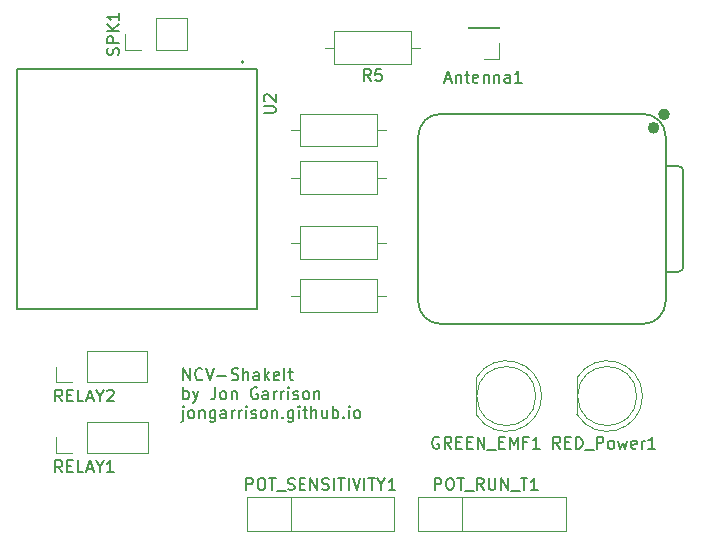
<source format=gbr>
%TF.GenerationSoftware,KiCad,Pcbnew,9.0.0*%
%TF.CreationDate,2025-03-31T22:17:34-07:00*%
%TF.ProjectId,DustBin_PCB,44757374-4269-46e5-9f50-43422e6b6963,rev?*%
%TF.SameCoordinates,Original*%
%TF.FileFunction,Legend,Top*%
%TF.FilePolarity,Positive*%
%FSLAX46Y46*%
G04 Gerber Fmt 4.6, Leading zero omitted, Abs format (unit mm)*
G04 Created by KiCad (PCBNEW 9.0.0) date 2025-03-31 22:17:34*
%MOMM*%
%LPD*%
G01*
G04 APERTURE LIST*
%ADD10C,0.200000*%
%ADD11C,0.150000*%
%ADD12C,0.120000*%
%ADD13C,0.127000*%
%ADD14C,0.100000*%
%ADD15C,0.504000*%
G04 APERTURE END LIST*
D10*
X31369673Y-52147331D02*
X31369673Y-51147331D01*
X31369673Y-51147331D02*
X31941101Y-52147331D01*
X31941101Y-52147331D02*
X31941101Y-51147331D01*
X32988720Y-52052092D02*
X32941101Y-52099712D01*
X32941101Y-52099712D02*
X32798244Y-52147331D01*
X32798244Y-52147331D02*
X32703006Y-52147331D01*
X32703006Y-52147331D02*
X32560149Y-52099712D01*
X32560149Y-52099712D02*
X32464911Y-52004473D01*
X32464911Y-52004473D02*
X32417292Y-51909235D01*
X32417292Y-51909235D02*
X32369673Y-51718759D01*
X32369673Y-51718759D02*
X32369673Y-51575902D01*
X32369673Y-51575902D02*
X32417292Y-51385426D01*
X32417292Y-51385426D02*
X32464911Y-51290188D01*
X32464911Y-51290188D02*
X32560149Y-51194950D01*
X32560149Y-51194950D02*
X32703006Y-51147331D01*
X32703006Y-51147331D02*
X32798244Y-51147331D01*
X32798244Y-51147331D02*
X32941101Y-51194950D01*
X32941101Y-51194950D02*
X32988720Y-51242569D01*
X33274435Y-51147331D02*
X33607768Y-52147331D01*
X33607768Y-52147331D02*
X33941101Y-51147331D01*
X34274435Y-51766378D02*
X35036340Y-51766378D01*
X35464911Y-52099712D02*
X35607768Y-52147331D01*
X35607768Y-52147331D02*
X35845863Y-52147331D01*
X35845863Y-52147331D02*
X35941101Y-52099712D01*
X35941101Y-52099712D02*
X35988720Y-52052092D01*
X35988720Y-52052092D02*
X36036339Y-51956854D01*
X36036339Y-51956854D02*
X36036339Y-51861616D01*
X36036339Y-51861616D02*
X35988720Y-51766378D01*
X35988720Y-51766378D02*
X35941101Y-51718759D01*
X35941101Y-51718759D02*
X35845863Y-51671140D01*
X35845863Y-51671140D02*
X35655387Y-51623521D01*
X35655387Y-51623521D02*
X35560149Y-51575902D01*
X35560149Y-51575902D02*
X35512530Y-51528283D01*
X35512530Y-51528283D02*
X35464911Y-51433045D01*
X35464911Y-51433045D02*
X35464911Y-51337807D01*
X35464911Y-51337807D02*
X35512530Y-51242569D01*
X35512530Y-51242569D02*
X35560149Y-51194950D01*
X35560149Y-51194950D02*
X35655387Y-51147331D01*
X35655387Y-51147331D02*
X35893482Y-51147331D01*
X35893482Y-51147331D02*
X36036339Y-51194950D01*
X36464911Y-52147331D02*
X36464911Y-51147331D01*
X36893482Y-52147331D02*
X36893482Y-51623521D01*
X36893482Y-51623521D02*
X36845863Y-51528283D01*
X36845863Y-51528283D02*
X36750625Y-51480664D01*
X36750625Y-51480664D02*
X36607768Y-51480664D01*
X36607768Y-51480664D02*
X36512530Y-51528283D01*
X36512530Y-51528283D02*
X36464911Y-51575902D01*
X37798244Y-52147331D02*
X37798244Y-51623521D01*
X37798244Y-51623521D02*
X37750625Y-51528283D01*
X37750625Y-51528283D02*
X37655387Y-51480664D01*
X37655387Y-51480664D02*
X37464911Y-51480664D01*
X37464911Y-51480664D02*
X37369673Y-51528283D01*
X37798244Y-52099712D02*
X37703006Y-52147331D01*
X37703006Y-52147331D02*
X37464911Y-52147331D01*
X37464911Y-52147331D02*
X37369673Y-52099712D01*
X37369673Y-52099712D02*
X37322054Y-52004473D01*
X37322054Y-52004473D02*
X37322054Y-51909235D01*
X37322054Y-51909235D02*
X37369673Y-51813997D01*
X37369673Y-51813997D02*
X37464911Y-51766378D01*
X37464911Y-51766378D02*
X37703006Y-51766378D01*
X37703006Y-51766378D02*
X37798244Y-51718759D01*
X38274435Y-52147331D02*
X38274435Y-51147331D01*
X38369673Y-51766378D02*
X38655387Y-52147331D01*
X38655387Y-51480664D02*
X38274435Y-51861616D01*
X39464911Y-52099712D02*
X39369673Y-52147331D01*
X39369673Y-52147331D02*
X39179197Y-52147331D01*
X39179197Y-52147331D02*
X39083959Y-52099712D01*
X39083959Y-52099712D02*
X39036340Y-52004473D01*
X39036340Y-52004473D02*
X39036340Y-51623521D01*
X39036340Y-51623521D02*
X39083959Y-51528283D01*
X39083959Y-51528283D02*
X39179197Y-51480664D01*
X39179197Y-51480664D02*
X39369673Y-51480664D01*
X39369673Y-51480664D02*
X39464911Y-51528283D01*
X39464911Y-51528283D02*
X39512530Y-51623521D01*
X39512530Y-51623521D02*
X39512530Y-51718759D01*
X39512530Y-51718759D02*
X39036340Y-51813997D01*
X39941102Y-52147331D02*
X39941102Y-51147331D01*
X40274435Y-51480664D02*
X40655387Y-51480664D01*
X40417292Y-51147331D02*
X40417292Y-52004473D01*
X40417292Y-52004473D02*
X40464911Y-52099712D01*
X40464911Y-52099712D02*
X40560149Y-52147331D01*
X40560149Y-52147331D02*
X40655387Y-52147331D01*
X31369673Y-53757275D02*
X31369673Y-52757275D01*
X31369673Y-53138227D02*
X31464911Y-53090608D01*
X31464911Y-53090608D02*
X31655387Y-53090608D01*
X31655387Y-53090608D02*
X31750625Y-53138227D01*
X31750625Y-53138227D02*
X31798244Y-53185846D01*
X31798244Y-53185846D02*
X31845863Y-53281084D01*
X31845863Y-53281084D02*
X31845863Y-53566798D01*
X31845863Y-53566798D02*
X31798244Y-53662036D01*
X31798244Y-53662036D02*
X31750625Y-53709656D01*
X31750625Y-53709656D02*
X31655387Y-53757275D01*
X31655387Y-53757275D02*
X31464911Y-53757275D01*
X31464911Y-53757275D02*
X31369673Y-53709656D01*
X32179197Y-53090608D02*
X32417292Y-53757275D01*
X32655387Y-53090608D02*
X32417292Y-53757275D01*
X32417292Y-53757275D02*
X32322054Y-53995370D01*
X32322054Y-53995370D02*
X32274435Y-54042989D01*
X32274435Y-54042989D02*
X32179197Y-54090608D01*
X34083959Y-52757275D02*
X34083959Y-53471560D01*
X34083959Y-53471560D02*
X34036340Y-53614417D01*
X34036340Y-53614417D02*
X33941102Y-53709656D01*
X33941102Y-53709656D02*
X33798245Y-53757275D01*
X33798245Y-53757275D02*
X33703007Y-53757275D01*
X34703007Y-53757275D02*
X34607769Y-53709656D01*
X34607769Y-53709656D02*
X34560150Y-53662036D01*
X34560150Y-53662036D02*
X34512531Y-53566798D01*
X34512531Y-53566798D02*
X34512531Y-53281084D01*
X34512531Y-53281084D02*
X34560150Y-53185846D01*
X34560150Y-53185846D02*
X34607769Y-53138227D01*
X34607769Y-53138227D02*
X34703007Y-53090608D01*
X34703007Y-53090608D02*
X34845864Y-53090608D01*
X34845864Y-53090608D02*
X34941102Y-53138227D01*
X34941102Y-53138227D02*
X34988721Y-53185846D01*
X34988721Y-53185846D02*
X35036340Y-53281084D01*
X35036340Y-53281084D02*
X35036340Y-53566798D01*
X35036340Y-53566798D02*
X34988721Y-53662036D01*
X34988721Y-53662036D02*
X34941102Y-53709656D01*
X34941102Y-53709656D02*
X34845864Y-53757275D01*
X34845864Y-53757275D02*
X34703007Y-53757275D01*
X35464912Y-53090608D02*
X35464912Y-53757275D01*
X35464912Y-53185846D02*
X35512531Y-53138227D01*
X35512531Y-53138227D02*
X35607769Y-53090608D01*
X35607769Y-53090608D02*
X35750626Y-53090608D01*
X35750626Y-53090608D02*
X35845864Y-53138227D01*
X35845864Y-53138227D02*
X35893483Y-53233465D01*
X35893483Y-53233465D02*
X35893483Y-53757275D01*
X37655388Y-52804894D02*
X37560150Y-52757275D01*
X37560150Y-52757275D02*
X37417293Y-52757275D01*
X37417293Y-52757275D02*
X37274436Y-52804894D01*
X37274436Y-52804894D02*
X37179198Y-52900132D01*
X37179198Y-52900132D02*
X37131579Y-52995370D01*
X37131579Y-52995370D02*
X37083960Y-53185846D01*
X37083960Y-53185846D02*
X37083960Y-53328703D01*
X37083960Y-53328703D02*
X37131579Y-53519179D01*
X37131579Y-53519179D02*
X37179198Y-53614417D01*
X37179198Y-53614417D02*
X37274436Y-53709656D01*
X37274436Y-53709656D02*
X37417293Y-53757275D01*
X37417293Y-53757275D02*
X37512531Y-53757275D01*
X37512531Y-53757275D02*
X37655388Y-53709656D01*
X37655388Y-53709656D02*
X37703007Y-53662036D01*
X37703007Y-53662036D02*
X37703007Y-53328703D01*
X37703007Y-53328703D02*
X37512531Y-53328703D01*
X38560150Y-53757275D02*
X38560150Y-53233465D01*
X38560150Y-53233465D02*
X38512531Y-53138227D01*
X38512531Y-53138227D02*
X38417293Y-53090608D01*
X38417293Y-53090608D02*
X38226817Y-53090608D01*
X38226817Y-53090608D02*
X38131579Y-53138227D01*
X38560150Y-53709656D02*
X38464912Y-53757275D01*
X38464912Y-53757275D02*
X38226817Y-53757275D01*
X38226817Y-53757275D02*
X38131579Y-53709656D01*
X38131579Y-53709656D02*
X38083960Y-53614417D01*
X38083960Y-53614417D02*
X38083960Y-53519179D01*
X38083960Y-53519179D02*
X38131579Y-53423941D01*
X38131579Y-53423941D02*
X38226817Y-53376322D01*
X38226817Y-53376322D02*
X38464912Y-53376322D01*
X38464912Y-53376322D02*
X38560150Y-53328703D01*
X39036341Y-53757275D02*
X39036341Y-53090608D01*
X39036341Y-53281084D02*
X39083960Y-53185846D01*
X39083960Y-53185846D02*
X39131579Y-53138227D01*
X39131579Y-53138227D02*
X39226817Y-53090608D01*
X39226817Y-53090608D02*
X39322055Y-53090608D01*
X39655389Y-53757275D02*
X39655389Y-53090608D01*
X39655389Y-53281084D02*
X39703008Y-53185846D01*
X39703008Y-53185846D02*
X39750627Y-53138227D01*
X39750627Y-53138227D02*
X39845865Y-53090608D01*
X39845865Y-53090608D02*
X39941103Y-53090608D01*
X40274437Y-53757275D02*
X40274437Y-53090608D01*
X40274437Y-52757275D02*
X40226818Y-52804894D01*
X40226818Y-52804894D02*
X40274437Y-52852513D01*
X40274437Y-52852513D02*
X40322056Y-52804894D01*
X40322056Y-52804894D02*
X40274437Y-52757275D01*
X40274437Y-52757275D02*
X40274437Y-52852513D01*
X40703008Y-53709656D02*
X40798246Y-53757275D01*
X40798246Y-53757275D02*
X40988722Y-53757275D01*
X40988722Y-53757275D02*
X41083960Y-53709656D01*
X41083960Y-53709656D02*
X41131579Y-53614417D01*
X41131579Y-53614417D02*
X41131579Y-53566798D01*
X41131579Y-53566798D02*
X41083960Y-53471560D01*
X41083960Y-53471560D02*
X40988722Y-53423941D01*
X40988722Y-53423941D02*
X40845865Y-53423941D01*
X40845865Y-53423941D02*
X40750627Y-53376322D01*
X40750627Y-53376322D02*
X40703008Y-53281084D01*
X40703008Y-53281084D02*
X40703008Y-53233465D01*
X40703008Y-53233465D02*
X40750627Y-53138227D01*
X40750627Y-53138227D02*
X40845865Y-53090608D01*
X40845865Y-53090608D02*
X40988722Y-53090608D01*
X40988722Y-53090608D02*
X41083960Y-53138227D01*
X41703008Y-53757275D02*
X41607770Y-53709656D01*
X41607770Y-53709656D02*
X41560151Y-53662036D01*
X41560151Y-53662036D02*
X41512532Y-53566798D01*
X41512532Y-53566798D02*
X41512532Y-53281084D01*
X41512532Y-53281084D02*
X41560151Y-53185846D01*
X41560151Y-53185846D02*
X41607770Y-53138227D01*
X41607770Y-53138227D02*
X41703008Y-53090608D01*
X41703008Y-53090608D02*
X41845865Y-53090608D01*
X41845865Y-53090608D02*
X41941103Y-53138227D01*
X41941103Y-53138227D02*
X41988722Y-53185846D01*
X41988722Y-53185846D02*
X42036341Y-53281084D01*
X42036341Y-53281084D02*
X42036341Y-53566798D01*
X42036341Y-53566798D02*
X41988722Y-53662036D01*
X41988722Y-53662036D02*
X41941103Y-53709656D01*
X41941103Y-53709656D02*
X41845865Y-53757275D01*
X41845865Y-53757275D02*
X41703008Y-53757275D01*
X42464913Y-53090608D02*
X42464913Y-53757275D01*
X42464913Y-53185846D02*
X42512532Y-53138227D01*
X42512532Y-53138227D02*
X42607770Y-53090608D01*
X42607770Y-53090608D02*
X42750627Y-53090608D01*
X42750627Y-53090608D02*
X42845865Y-53138227D01*
X42845865Y-53138227D02*
X42893484Y-53233465D01*
X42893484Y-53233465D02*
X42893484Y-53757275D01*
X31369673Y-54700552D02*
X31369673Y-55557695D01*
X31369673Y-55557695D02*
X31322054Y-55652933D01*
X31322054Y-55652933D02*
X31226816Y-55700552D01*
X31226816Y-55700552D02*
X31179197Y-55700552D01*
X31369673Y-54367219D02*
X31322054Y-54414838D01*
X31322054Y-54414838D02*
X31369673Y-54462457D01*
X31369673Y-54462457D02*
X31417292Y-54414838D01*
X31417292Y-54414838D02*
X31369673Y-54367219D01*
X31369673Y-54367219D02*
X31369673Y-54462457D01*
X31988720Y-55367219D02*
X31893482Y-55319600D01*
X31893482Y-55319600D02*
X31845863Y-55271980D01*
X31845863Y-55271980D02*
X31798244Y-55176742D01*
X31798244Y-55176742D02*
X31798244Y-54891028D01*
X31798244Y-54891028D02*
X31845863Y-54795790D01*
X31845863Y-54795790D02*
X31893482Y-54748171D01*
X31893482Y-54748171D02*
X31988720Y-54700552D01*
X31988720Y-54700552D02*
X32131577Y-54700552D01*
X32131577Y-54700552D02*
X32226815Y-54748171D01*
X32226815Y-54748171D02*
X32274434Y-54795790D01*
X32274434Y-54795790D02*
X32322053Y-54891028D01*
X32322053Y-54891028D02*
X32322053Y-55176742D01*
X32322053Y-55176742D02*
X32274434Y-55271980D01*
X32274434Y-55271980D02*
X32226815Y-55319600D01*
X32226815Y-55319600D02*
X32131577Y-55367219D01*
X32131577Y-55367219D02*
X31988720Y-55367219D01*
X32750625Y-54700552D02*
X32750625Y-55367219D01*
X32750625Y-54795790D02*
X32798244Y-54748171D01*
X32798244Y-54748171D02*
X32893482Y-54700552D01*
X32893482Y-54700552D02*
X33036339Y-54700552D01*
X33036339Y-54700552D02*
X33131577Y-54748171D01*
X33131577Y-54748171D02*
X33179196Y-54843409D01*
X33179196Y-54843409D02*
X33179196Y-55367219D01*
X34083958Y-54700552D02*
X34083958Y-55510076D01*
X34083958Y-55510076D02*
X34036339Y-55605314D01*
X34036339Y-55605314D02*
X33988720Y-55652933D01*
X33988720Y-55652933D02*
X33893482Y-55700552D01*
X33893482Y-55700552D02*
X33750625Y-55700552D01*
X33750625Y-55700552D02*
X33655387Y-55652933D01*
X34083958Y-55319600D02*
X33988720Y-55367219D01*
X33988720Y-55367219D02*
X33798244Y-55367219D01*
X33798244Y-55367219D02*
X33703006Y-55319600D01*
X33703006Y-55319600D02*
X33655387Y-55271980D01*
X33655387Y-55271980D02*
X33607768Y-55176742D01*
X33607768Y-55176742D02*
X33607768Y-54891028D01*
X33607768Y-54891028D02*
X33655387Y-54795790D01*
X33655387Y-54795790D02*
X33703006Y-54748171D01*
X33703006Y-54748171D02*
X33798244Y-54700552D01*
X33798244Y-54700552D02*
X33988720Y-54700552D01*
X33988720Y-54700552D02*
X34083958Y-54748171D01*
X34988720Y-55367219D02*
X34988720Y-54843409D01*
X34988720Y-54843409D02*
X34941101Y-54748171D01*
X34941101Y-54748171D02*
X34845863Y-54700552D01*
X34845863Y-54700552D02*
X34655387Y-54700552D01*
X34655387Y-54700552D02*
X34560149Y-54748171D01*
X34988720Y-55319600D02*
X34893482Y-55367219D01*
X34893482Y-55367219D02*
X34655387Y-55367219D01*
X34655387Y-55367219D02*
X34560149Y-55319600D01*
X34560149Y-55319600D02*
X34512530Y-55224361D01*
X34512530Y-55224361D02*
X34512530Y-55129123D01*
X34512530Y-55129123D02*
X34560149Y-55033885D01*
X34560149Y-55033885D02*
X34655387Y-54986266D01*
X34655387Y-54986266D02*
X34893482Y-54986266D01*
X34893482Y-54986266D02*
X34988720Y-54938647D01*
X35464911Y-55367219D02*
X35464911Y-54700552D01*
X35464911Y-54891028D02*
X35512530Y-54795790D01*
X35512530Y-54795790D02*
X35560149Y-54748171D01*
X35560149Y-54748171D02*
X35655387Y-54700552D01*
X35655387Y-54700552D02*
X35750625Y-54700552D01*
X36083959Y-55367219D02*
X36083959Y-54700552D01*
X36083959Y-54891028D02*
X36131578Y-54795790D01*
X36131578Y-54795790D02*
X36179197Y-54748171D01*
X36179197Y-54748171D02*
X36274435Y-54700552D01*
X36274435Y-54700552D02*
X36369673Y-54700552D01*
X36703007Y-55367219D02*
X36703007Y-54700552D01*
X36703007Y-54367219D02*
X36655388Y-54414838D01*
X36655388Y-54414838D02*
X36703007Y-54462457D01*
X36703007Y-54462457D02*
X36750626Y-54414838D01*
X36750626Y-54414838D02*
X36703007Y-54367219D01*
X36703007Y-54367219D02*
X36703007Y-54462457D01*
X37131578Y-55319600D02*
X37226816Y-55367219D01*
X37226816Y-55367219D02*
X37417292Y-55367219D01*
X37417292Y-55367219D02*
X37512530Y-55319600D01*
X37512530Y-55319600D02*
X37560149Y-55224361D01*
X37560149Y-55224361D02*
X37560149Y-55176742D01*
X37560149Y-55176742D02*
X37512530Y-55081504D01*
X37512530Y-55081504D02*
X37417292Y-55033885D01*
X37417292Y-55033885D02*
X37274435Y-55033885D01*
X37274435Y-55033885D02*
X37179197Y-54986266D01*
X37179197Y-54986266D02*
X37131578Y-54891028D01*
X37131578Y-54891028D02*
X37131578Y-54843409D01*
X37131578Y-54843409D02*
X37179197Y-54748171D01*
X37179197Y-54748171D02*
X37274435Y-54700552D01*
X37274435Y-54700552D02*
X37417292Y-54700552D01*
X37417292Y-54700552D02*
X37512530Y-54748171D01*
X38131578Y-55367219D02*
X38036340Y-55319600D01*
X38036340Y-55319600D02*
X37988721Y-55271980D01*
X37988721Y-55271980D02*
X37941102Y-55176742D01*
X37941102Y-55176742D02*
X37941102Y-54891028D01*
X37941102Y-54891028D02*
X37988721Y-54795790D01*
X37988721Y-54795790D02*
X38036340Y-54748171D01*
X38036340Y-54748171D02*
X38131578Y-54700552D01*
X38131578Y-54700552D02*
X38274435Y-54700552D01*
X38274435Y-54700552D02*
X38369673Y-54748171D01*
X38369673Y-54748171D02*
X38417292Y-54795790D01*
X38417292Y-54795790D02*
X38464911Y-54891028D01*
X38464911Y-54891028D02*
X38464911Y-55176742D01*
X38464911Y-55176742D02*
X38417292Y-55271980D01*
X38417292Y-55271980D02*
X38369673Y-55319600D01*
X38369673Y-55319600D02*
X38274435Y-55367219D01*
X38274435Y-55367219D02*
X38131578Y-55367219D01*
X38893483Y-54700552D02*
X38893483Y-55367219D01*
X38893483Y-54795790D02*
X38941102Y-54748171D01*
X38941102Y-54748171D02*
X39036340Y-54700552D01*
X39036340Y-54700552D02*
X39179197Y-54700552D01*
X39179197Y-54700552D02*
X39274435Y-54748171D01*
X39274435Y-54748171D02*
X39322054Y-54843409D01*
X39322054Y-54843409D02*
X39322054Y-55367219D01*
X39798245Y-55271980D02*
X39845864Y-55319600D01*
X39845864Y-55319600D02*
X39798245Y-55367219D01*
X39798245Y-55367219D02*
X39750626Y-55319600D01*
X39750626Y-55319600D02*
X39798245Y-55271980D01*
X39798245Y-55271980D02*
X39798245Y-55367219D01*
X40703006Y-54700552D02*
X40703006Y-55510076D01*
X40703006Y-55510076D02*
X40655387Y-55605314D01*
X40655387Y-55605314D02*
X40607768Y-55652933D01*
X40607768Y-55652933D02*
X40512530Y-55700552D01*
X40512530Y-55700552D02*
X40369673Y-55700552D01*
X40369673Y-55700552D02*
X40274435Y-55652933D01*
X40703006Y-55319600D02*
X40607768Y-55367219D01*
X40607768Y-55367219D02*
X40417292Y-55367219D01*
X40417292Y-55367219D02*
X40322054Y-55319600D01*
X40322054Y-55319600D02*
X40274435Y-55271980D01*
X40274435Y-55271980D02*
X40226816Y-55176742D01*
X40226816Y-55176742D02*
X40226816Y-54891028D01*
X40226816Y-54891028D02*
X40274435Y-54795790D01*
X40274435Y-54795790D02*
X40322054Y-54748171D01*
X40322054Y-54748171D02*
X40417292Y-54700552D01*
X40417292Y-54700552D02*
X40607768Y-54700552D01*
X40607768Y-54700552D02*
X40703006Y-54748171D01*
X41179197Y-55367219D02*
X41179197Y-54700552D01*
X41179197Y-54367219D02*
X41131578Y-54414838D01*
X41131578Y-54414838D02*
X41179197Y-54462457D01*
X41179197Y-54462457D02*
X41226816Y-54414838D01*
X41226816Y-54414838D02*
X41179197Y-54367219D01*
X41179197Y-54367219D02*
X41179197Y-54462457D01*
X41512530Y-54700552D02*
X41893482Y-54700552D01*
X41655387Y-54367219D02*
X41655387Y-55224361D01*
X41655387Y-55224361D02*
X41703006Y-55319600D01*
X41703006Y-55319600D02*
X41798244Y-55367219D01*
X41798244Y-55367219D02*
X41893482Y-55367219D01*
X42226816Y-55367219D02*
X42226816Y-54367219D01*
X42655387Y-55367219D02*
X42655387Y-54843409D01*
X42655387Y-54843409D02*
X42607768Y-54748171D01*
X42607768Y-54748171D02*
X42512530Y-54700552D01*
X42512530Y-54700552D02*
X42369673Y-54700552D01*
X42369673Y-54700552D02*
X42274435Y-54748171D01*
X42274435Y-54748171D02*
X42226816Y-54795790D01*
X43560149Y-54700552D02*
X43560149Y-55367219D01*
X43131578Y-54700552D02*
X43131578Y-55224361D01*
X43131578Y-55224361D02*
X43179197Y-55319600D01*
X43179197Y-55319600D02*
X43274435Y-55367219D01*
X43274435Y-55367219D02*
X43417292Y-55367219D01*
X43417292Y-55367219D02*
X43512530Y-55319600D01*
X43512530Y-55319600D02*
X43560149Y-55271980D01*
X44036340Y-55367219D02*
X44036340Y-54367219D01*
X44036340Y-54748171D02*
X44131578Y-54700552D01*
X44131578Y-54700552D02*
X44322054Y-54700552D01*
X44322054Y-54700552D02*
X44417292Y-54748171D01*
X44417292Y-54748171D02*
X44464911Y-54795790D01*
X44464911Y-54795790D02*
X44512530Y-54891028D01*
X44512530Y-54891028D02*
X44512530Y-55176742D01*
X44512530Y-55176742D02*
X44464911Y-55271980D01*
X44464911Y-55271980D02*
X44417292Y-55319600D01*
X44417292Y-55319600D02*
X44322054Y-55367219D01*
X44322054Y-55367219D02*
X44131578Y-55367219D01*
X44131578Y-55367219D02*
X44036340Y-55319600D01*
X44941102Y-55271980D02*
X44988721Y-55319600D01*
X44988721Y-55319600D02*
X44941102Y-55367219D01*
X44941102Y-55367219D02*
X44893483Y-55319600D01*
X44893483Y-55319600D02*
X44941102Y-55271980D01*
X44941102Y-55271980D02*
X44941102Y-55367219D01*
X45417292Y-55367219D02*
X45417292Y-54700552D01*
X45417292Y-54367219D02*
X45369673Y-54414838D01*
X45369673Y-54414838D02*
X45417292Y-54462457D01*
X45417292Y-54462457D02*
X45464911Y-54414838D01*
X45464911Y-54414838D02*
X45417292Y-54367219D01*
X45417292Y-54367219D02*
X45417292Y-54462457D01*
X46036339Y-55367219D02*
X45941101Y-55319600D01*
X45941101Y-55319600D02*
X45893482Y-55271980D01*
X45893482Y-55271980D02*
X45845863Y-55176742D01*
X45845863Y-55176742D02*
X45845863Y-54891028D01*
X45845863Y-54891028D02*
X45893482Y-54795790D01*
X45893482Y-54795790D02*
X45941101Y-54748171D01*
X45941101Y-54748171D02*
X46036339Y-54700552D01*
X46036339Y-54700552D02*
X46179196Y-54700552D01*
X46179196Y-54700552D02*
X46274434Y-54748171D01*
X46274434Y-54748171D02*
X46322053Y-54795790D01*
X46322053Y-54795790D02*
X46369672Y-54891028D01*
X46369672Y-54891028D02*
X46369672Y-55176742D01*
X46369672Y-55176742D02*
X46322053Y-55271980D01*
X46322053Y-55271980D02*
X46274434Y-55319600D01*
X46274434Y-55319600D02*
X46179196Y-55367219D01*
X46179196Y-55367219D02*
X46036339Y-55367219D01*
D11*
X36714286Y-61454819D02*
X36714286Y-60454819D01*
X36714286Y-60454819D02*
X37095238Y-60454819D01*
X37095238Y-60454819D02*
X37190476Y-60502438D01*
X37190476Y-60502438D02*
X37238095Y-60550057D01*
X37238095Y-60550057D02*
X37285714Y-60645295D01*
X37285714Y-60645295D02*
X37285714Y-60788152D01*
X37285714Y-60788152D02*
X37238095Y-60883390D01*
X37238095Y-60883390D02*
X37190476Y-60931009D01*
X37190476Y-60931009D02*
X37095238Y-60978628D01*
X37095238Y-60978628D02*
X36714286Y-60978628D01*
X37904762Y-60454819D02*
X38095238Y-60454819D01*
X38095238Y-60454819D02*
X38190476Y-60502438D01*
X38190476Y-60502438D02*
X38285714Y-60597676D01*
X38285714Y-60597676D02*
X38333333Y-60788152D01*
X38333333Y-60788152D02*
X38333333Y-61121485D01*
X38333333Y-61121485D02*
X38285714Y-61311961D01*
X38285714Y-61311961D02*
X38190476Y-61407200D01*
X38190476Y-61407200D02*
X38095238Y-61454819D01*
X38095238Y-61454819D02*
X37904762Y-61454819D01*
X37904762Y-61454819D02*
X37809524Y-61407200D01*
X37809524Y-61407200D02*
X37714286Y-61311961D01*
X37714286Y-61311961D02*
X37666667Y-61121485D01*
X37666667Y-61121485D02*
X37666667Y-60788152D01*
X37666667Y-60788152D02*
X37714286Y-60597676D01*
X37714286Y-60597676D02*
X37809524Y-60502438D01*
X37809524Y-60502438D02*
X37904762Y-60454819D01*
X38619048Y-60454819D02*
X39190476Y-60454819D01*
X38904762Y-61454819D02*
X38904762Y-60454819D01*
X39285715Y-61550057D02*
X40047619Y-61550057D01*
X40238096Y-61407200D02*
X40380953Y-61454819D01*
X40380953Y-61454819D02*
X40619048Y-61454819D01*
X40619048Y-61454819D02*
X40714286Y-61407200D01*
X40714286Y-61407200D02*
X40761905Y-61359580D01*
X40761905Y-61359580D02*
X40809524Y-61264342D01*
X40809524Y-61264342D02*
X40809524Y-61169104D01*
X40809524Y-61169104D02*
X40761905Y-61073866D01*
X40761905Y-61073866D02*
X40714286Y-61026247D01*
X40714286Y-61026247D02*
X40619048Y-60978628D01*
X40619048Y-60978628D02*
X40428572Y-60931009D01*
X40428572Y-60931009D02*
X40333334Y-60883390D01*
X40333334Y-60883390D02*
X40285715Y-60835771D01*
X40285715Y-60835771D02*
X40238096Y-60740533D01*
X40238096Y-60740533D02*
X40238096Y-60645295D01*
X40238096Y-60645295D02*
X40285715Y-60550057D01*
X40285715Y-60550057D02*
X40333334Y-60502438D01*
X40333334Y-60502438D02*
X40428572Y-60454819D01*
X40428572Y-60454819D02*
X40666667Y-60454819D01*
X40666667Y-60454819D02*
X40809524Y-60502438D01*
X41238096Y-60931009D02*
X41571429Y-60931009D01*
X41714286Y-61454819D02*
X41238096Y-61454819D01*
X41238096Y-61454819D02*
X41238096Y-60454819D01*
X41238096Y-60454819D02*
X41714286Y-60454819D01*
X42142858Y-61454819D02*
X42142858Y-60454819D01*
X42142858Y-60454819D02*
X42714286Y-61454819D01*
X42714286Y-61454819D02*
X42714286Y-60454819D01*
X43142858Y-61407200D02*
X43285715Y-61454819D01*
X43285715Y-61454819D02*
X43523810Y-61454819D01*
X43523810Y-61454819D02*
X43619048Y-61407200D01*
X43619048Y-61407200D02*
X43666667Y-61359580D01*
X43666667Y-61359580D02*
X43714286Y-61264342D01*
X43714286Y-61264342D02*
X43714286Y-61169104D01*
X43714286Y-61169104D02*
X43666667Y-61073866D01*
X43666667Y-61073866D02*
X43619048Y-61026247D01*
X43619048Y-61026247D02*
X43523810Y-60978628D01*
X43523810Y-60978628D02*
X43333334Y-60931009D01*
X43333334Y-60931009D02*
X43238096Y-60883390D01*
X43238096Y-60883390D02*
X43190477Y-60835771D01*
X43190477Y-60835771D02*
X43142858Y-60740533D01*
X43142858Y-60740533D02*
X43142858Y-60645295D01*
X43142858Y-60645295D02*
X43190477Y-60550057D01*
X43190477Y-60550057D02*
X43238096Y-60502438D01*
X43238096Y-60502438D02*
X43333334Y-60454819D01*
X43333334Y-60454819D02*
X43571429Y-60454819D01*
X43571429Y-60454819D02*
X43714286Y-60502438D01*
X44142858Y-61454819D02*
X44142858Y-60454819D01*
X44476191Y-60454819D02*
X45047619Y-60454819D01*
X44761905Y-61454819D02*
X44761905Y-60454819D01*
X45380953Y-61454819D02*
X45380953Y-60454819D01*
X45714286Y-60454819D02*
X46047619Y-61454819D01*
X46047619Y-61454819D02*
X46380952Y-60454819D01*
X46714286Y-61454819D02*
X46714286Y-60454819D01*
X47047619Y-60454819D02*
X47619047Y-60454819D01*
X47333333Y-61454819D02*
X47333333Y-60454819D01*
X48142857Y-60978628D02*
X48142857Y-61454819D01*
X47809524Y-60454819D02*
X48142857Y-60978628D01*
X48142857Y-60978628D02*
X48476190Y-60454819D01*
X49333333Y-61454819D02*
X48761905Y-61454819D01*
X49047619Y-61454819D02*
X49047619Y-60454819D01*
X49047619Y-60454819D02*
X48952381Y-60597676D01*
X48952381Y-60597676D02*
X48857143Y-60692914D01*
X48857143Y-60692914D02*
X48761905Y-60740533D01*
X53023809Y-57002438D02*
X52928571Y-56954819D01*
X52928571Y-56954819D02*
X52785714Y-56954819D01*
X52785714Y-56954819D02*
X52642857Y-57002438D01*
X52642857Y-57002438D02*
X52547619Y-57097676D01*
X52547619Y-57097676D02*
X52500000Y-57192914D01*
X52500000Y-57192914D02*
X52452381Y-57383390D01*
X52452381Y-57383390D02*
X52452381Y-57526247D01*
X52452381Y-57526247D02*
X52500000Y-57716723D01*
X52500000Y-57716723D02*
X52547619Y-57811961D01*
X52547619Y-57811961D02*
X52642857Y-57907200D01*
X52642857Y-57907200D02*
X52785714Y-57954819D01*
X52785714Y-57954819D02*
X52880952Y-57954819D01*
X52880952Y-57954819D02*
X53023809Y-57907200D01*
X53023809Y-57907200D02*
X53071428Y-57859580D01*
X53071428Y-57859580D02*
X53071428Y-57526247D01*
X53071428Y-57526247D02*
X52880952Y-57526247D01*
X54071428Y-57954819D02*
X53738095Y-57478628D01*
X53500000Y-57954819D02*
X53500000Y-56954819D01*
X53500000Y-56954819D02*
X53880952Y-56954819D01*
X53880952Y-56954819D02*
X53976190Y-57002438D01*
X53976190Y-57002438D02*
X54023809Y-57050057D01*
X54023809Y-57050057D02*
X54071428Y-57145295D01*
X54071428Y-57145295D02*
X54071428Y-57288152D01*
X54071428Y-57288152D02*
X54023809Y-57383390D01*
X54023809Y-57383390D02*
X53976190Y-57431009D01*
X53976190Y-57431009D02*
X53880952Y-57478628D01*
X53880952Y-57478628D02*
X53500000Y-57478628D01*
X54500000Y-57431009D02*
X54833333Y-57431009D01*
X54976190Y-57954819D02*
X54500000Y-57954819D01*
X54500000Y-57954819D02*
X54500000Y-56954819D01*
X54500000Y-56954819D02*
X54976190Y-56954819D01*
X55404762Y-57431009D02*
X55738095Y-57431009D01*
X55880952Y-57954819D02*
X55404762Y-57954819D01*
X55404762Y-57954819D02*
X55404762Y-56954819D01*
X55404762Y-56954819D02*
X55880952Y-56954819D01*
X56309524Y-57954819D02*
X56309524Y-56954819D01*
X56309524Y-56954819D02*
X56880952Y-57954819D01*
X56880952Y-57954819D02*
X56880952Y-56954819D01*
X57119048Y-58050057D02*
X57880952Y-58050057D01*
X58119048Y-57431009D02*
X58452381Y-57431009D01*
X58595238Y-57954819D02*
X58119048Y-57954819D01*
X58119048Y-57954819D02*
X58119048Y-56954819D01*
X58119048Y-56954819D02*
X58595238Y-56954819D01*
X59023810Y-57954819D02*
X59023810Y-56954819D01*
X59023810Y-56954819D02*
X59357143Y-57669104D01*
X59357143Y-57669104D02*
X59690476Y-56954819D01*
X59690476Y-56954819D02*
X59690476Y-57954819D01*
X60500000Y-57431009D02*
X60166667Y-57431009D01*
X60166667Y-57954819D02*
X60166667Y-56954819D01*
X60166667Y-56954819D02*
X60642857Y-56954819D01*
X61547619Y-57954819D02*
X60976191Y-57954819D01*
X61261905Y-57954819D02*
X61261905Y-56954819D01*
X61261905Y-56954819D02*
X61166667Y-57097676D01*
X61166667Y-57097676D02*
X61071429Y-57192914D01*
X61071429Y-57192914D02*
X60976191Y-57240533D01*
X52666666Y-61454819D02*
X52666666Y-60454819D01*
X52666666Y-60454819D02*
X53047618Y-60454819D01*
X53047618Y-60454819D02*
X53142856Y-60502438D01*
X53142856Y-60502438D02*
X53190475Y-60550057D01*
X53190475Y-60550057D02*
X53238094Y-60645295D01*
X53238094Y-60645295D02*
X53238094Y-60788152D01*
X53238094Y-60788152D02*
X53190475Y-60883390D01*
X53190475Y-60883390D02*
X53142856Y-60931009D01*
X53142856Y-60931009D02*
X53047618Y-60978628D01*
X53047618Y-60978628D02*
X52666666Y-60978628D01*
X53857142Y-60454819D02*
X54047618Y-60454819D01*
X54047618Y-60454819D02*
X54142856Y-60502438D01*
X54142856Y-60502438D02*
X54238094Y-60597676D01*
X54238094Y-60597676D02*
X54285713Y-60788152D01*
X54285713Y-60788152D02*
X54285713Y-61121485D01*
X54285713Y-61121485D02*
X54238094Y-61311961D01*
X54238094Y-61311961D02*
X54142856Y-61407200D01*
X54142856Y-61407200D02*
X54047618Y-61454819D01*
X54047618Y-61454819D02*
X53857142Y-61454819D01*
X53857142Y-61454819D02*
X53761904Y-61407200D01*
X53761904Y-61407200D02*
X53666666Y-61311961D01*
X53666666Y-61311961D02*
X53619047Y-61121485D01*
X53619047Y-61121485D02*
X53619047Y-60788152D01*
X53619047Y-60788152D02*
X53666666Y-60597676D01*
X53666666Y-60597676D02*
X53761904Y-60502438D01*
X53761904Y-60502438D02*
X53857142Y-60454819D01*
X54571428Y-60454819D02*
X55142856Y-60454819D01*
X54857142Y-61454819D02*
X54857142Y-60454819D01*
X55238095Y-61550057D02*
X55999999Y-61550057D01*
X56809523Y-61454819D02*
X56476190Y-60978628D01*
X56238095Y-61454819D02*
X56238095Y-60454819D01*
X56238095Y-60454819D02*
X56619047Y-60454819D01*
X56619047Y-60454819D02*
X56714285Y-60502438D01*
X56714285Y-60502438D02*
X56761904Y-60550057D01*
X56761904Y-60550057D02*
X56809523Y-60645295D01*
X56809523Y-60645295D02*
X56809523Y-60788152D01*
X56809523Y-60788152D02*
X56761904Y-60883390D01*
X56761904Y-60883390D02*
X56714285Y-60931009D01*
X56714285Y-60931009D02*
X56619047Y-60978628D01*
X56619047Y-60978628D02*
X56238095Y-60978628D01*
X57238095Y-60454819D02*
X57238095Y-61264342D01*
X57238095Y-61264342D02*
X57285714Y-61359580D01*
X57285714Y-61359580D02*
X57333333Y-61407200D01*
X57333333Y-61407200D02*
X57428571Y-61454819D01*
X57428571Y-61454819D02*
X57619047Y-61454819D01*
X57619047Y-61454819D02*
X57714285Y-61407200D01*
X57714285Y-61407200D02*
X57761904Y-61359580D01*
X57761904Y-61359580D02*
X57809523Y-61264342D01*
X57809523Y-61264342D02*
X57809523Y-60454819D01*
X58285714Y-61454819D02*
X58285714Y-60454819D01*
X58285714Y-60454819D02*
X58857142Y-61454819D01*
X58857142Y-61454819D02*
X58857142Y-60454819D01*
X59095238Y-61550057D02*
X59857142Y-61550057D01*
X59952381Y-60454819D02*
X60523809Y-60454819D01*
X60238095Y-61454819D02*
X60238095Y-60454819D01*
X61380952Y-61454819D02*
X60809524Y-61454819D01*
X61095238Y-61454819D02*
X61095238Y-60454819D01*
X61095238Y-60454819D02*
X61000000Y-60597676D01*
X61000000Y-60597676D02*
X60904762Y-60692914D01*
X60904762Y-60692914D02*
X60809524Y-60740533D01*
X63285713Y-57954819D02*
X62952380Y-57478628D01*
X62714285Y-57954819D02*
X62714285Y-56954819D01*
X62714285Y-56954819D02*
X63095237Y-56954819D01*
X63095237Y-56954819D02*
X63190475Y-57002438D01*
X63190475Y-57002438D02*
X63238094Y-57050057D01*
X63238094Y-57050057D02*
X63285713Y-57145295D01*
X63285713Y-57145295D02*
X63285713Y-57288152D01*
X63285713Y-57288152D02*
X63238094Y-57383390D01*
X63238094Y-57383390D02*
X63190475Y-57431009D01*
X63190475Y-57431009D02*
X63095237Y-57478628D01*
X63095237Y-57478628D02*
X62714285Y-57478628D01*
X63714285Y-57431009D02*
X64047618Y-57431009D01*
X64190475Y-57954819D02*
X63714285Y-57954819D01*
X63714285Y-57954819D02*
X63714285Y-56954819D01*
X63714285Y-56954819D02*
X64190475Y-56954819D01*
X64619047Y-57954819D02*
X64619047Y-56954819D01*
X64619047Y-56954819D02*
X64857142Y-56954819D01*
X64857142Y-56954819D02*
X64999999Y-57002438D01*
X64999999Y-57002438D02*
X65095237Y-57097676D01*
X65095237Y-57097676D02*
X65142856Y-57192914D01*
X65142856Y-57192914D02*
X65190475Y-57383390D01*
X65190475Y-57383390D02*
X65190475Y-57526247D01*
X65190475Y-57526247D02*
X65142856Y-57716723D01*
X65142856Y-57716723D02*
X65095237Y-57811961D01*
X65095237Y-57811961D02*
X64999999Y-57907200D01*
X64999999Y-57907200D02*
X64857142Y-57954819D01*
X64857142Y-57954819D02*
X64619047Y-57954819D01*
X65380952Y-58050057D02*
X66142856Y-58050057D01*
X66380952Y-57954819D02*
X66380952Y-56954819D01*
X66380952Y-56954819D02*
X66761904Y-56954819D01*
X66761904Y-56954819D02*
X66857142Y-57002438D01*
X66857142Y-57002438D02*
X66904761Y-57050057D01*
X66904761Y-57050057D02*
X66952380Y-57145295D01*
X66952380Y-57145295D02*
X66952380Y-57288152D01*
X66952380Y-57288152D02*
X66904761Y-57383390D01*
X66904761Y-57383390D02*
X66857142Y-57431009D01*
X66857142Y-57431009D02*
X66761904Y-57478628D01*
X66761904Y-57478628D02*
X66380952Y-57478628D01*
X67523809Y-57954819D02*
X67428571Y-57907200D01*
X67428571Y-57907200D02*
X67380952Y-57859580D01*
X67380952Y-57859580D02*
X67333333Y-57764342D01*
X67333333Y-57764342D02*
X67333333Y-57478628D01*
X67333333Y-57478628D02*
X67380952Y-57383390D01*
X67380952Y-57383390D02*
X67428571Y-57335771D01*
X67428571Y-57335771D02*
X67523809Y-57288152D01*
X67523809Y-57288152D02*
X67666666Y-57288152D01*
X67666666Y-57288152D02*
X67761904Y-57335771D01*
X67761904Y-57335771D02*
X67809523Y-57383390D01*
X67809523Y-57383390D02*
X67857142Y-57478628D01*
X67857142Y-57478628D02*
X67857142Y-57764342D01*
X67857142Y-57764342D02*
X67809523Y-57859580D01*
X67809523Y-57859580D02*
X67761904Y-57907200D01*
X67761904Y-57907200D02*
X67666666Y-57954819D01*
X67666666Y-57954819D02*
X67523809Y-57954819D01*
X68190476Y-57288152D02*
X68380952Y-57954819D01*
X68380952Y-57954819D02*
X68571428Y-57478628D01*
X68571428Y-57478628D02*
X68761904Y-57954819D01*
X68761904Y-57954819D02*
X68952380Y-57288152D01*
X69714285Y-57907200D02*
X69619047Y-57954819D01*
X69619047Y-57954819D02*
X69428571Y-57954819D01*
X69428571Y-57954819D02*
X69333333Y-57907200D01*
X69333333Y-57907200D02*
X69285714Y-57811961D01*
X69285714Y-57811961D02*
X69285714Y-57431009D01*
X69285714Y-57431009D02*
X69333333Y-57335771D01*
X69333333Y-57335771D02*
X69428571Y-57288152D01*
X69428571Y-57288152D02*
X69619047Y-57288152D01*
X69619047Y-57288152D02*
X69714285Y-57335771D01*
X69714285Y-57335771D02*
X69761904Y-57431009D01*
X69761904Y-57431009D02*
X69761904Y-57526247D01*
X69761904Y-57526247D02*
X69285714Y-57621485D01*
X70190476Y-57954819D02*
X70190476Y-57288152D01*
X70190476Y-57478628D02*
X70238095Y-57383390D01*
X70238095Y-57383390D02*
X70285714Y-57335771D01*
X70285714Y-57335771D02*
X70380952Y-57288152D01*
X70380952Y-57288152D02*
X70476190Y-57288152D01*
X71333333Y-57954819D02*
X70761905Y-57954819D01*
X71047619Y-57954819D02*
X71047619Y-56954819D01*
X71047619Y-56954819D02*
X70952381Y-57097676D01*
X70952381Y-57097676D02*
X70857143Y-57192914D01*
X70857143Y-57192914D02*
X70761905Y-57240533D01*
X38189819Y-29536904D02*
X38999342Y-29536904D01*
X38999342Y-29536904D02*
X39094580Y-29489285D01*
X39094580Y-29489285D02*
X39142200Y-29441666D01*
X39142200Y-29441666D02*
X39189819Y-29346428D01*
X39189819Y-29346428D02*
X39189819Y-29155952D01*
X39189819Y-29155952D02*
X39142200Y-29060714D01*
X39142200Y-29060714D02*
X39094580Y-29013095D01*
X39094580Y-29013095D02*
X38999342Y-28965476D01*
X38999342Y-28965476D02*
X38189819Y-28965476D01*
X38285057Y-28536904D02*
X38237438Y-28489285D01*
X38237438Y-28489285D02*
X38189819Y-28394047D01*
X38189819Y-28394047D02*
X38189819Y-28155952D01*
X38189819Y-28155952D02*
X38237438Y-28060714D01*
X38237438Y-28060714D02*
X38285057Y-28013095D01*
X38285057Y-28013095D02*
X38380295Y-27965476D01*
X38380295Y-27965476D02*
X38475533Y-27965476D01*
X38475533Y-27965476D02*
X38618390Y-28013095D01*
X38618390Y-28013095D02*
X39189819Y-28584523D01*
X39189819Y-28584523D02*
X39189819Y-27965476D01*
X25887200Y-24611904D02*
X25934819Y-24469047D01*
X25934819Y-24469047D02*
X25934819Y-24230952D01*
X25934819Y-24230952D02*
X25887200Y-24135714D01*
X25887200Y-24135714D02*
X25839580Y-24088095D01*
X25839580Y-24088095D02*
X25744342Y-24040476D01*
X25744342Y-24040476D02*
X25649104Y-24040476D01*
X25649104Y-24040476D02*
X25553866Y-24088095D01*
X25553866Y-24088095D02*
X25506247Y-24135714D01*
X25506247Y-24135714D02*
X25458628Y-24230952D01*
X25458628Y-24230952D02*
X25411009Y-24421428D01*
X25411009Y-24421428D02*
X25363390Y-24516666D01*
X25363390Y-24516666D02*
X25315771Y-24564285D01*
X25315771Y-24564285D02*
X25220533Y-24611904D01*
X25220533Y-24611904D02*
X25125295Y-24611904D01*
X25125295Y-24611904D02*
X25030057Y-24564285D01*
X25030057Y-24564285D02*
X24982438Y-24516666D01*
X24982438Y-24516666D02*
X24934819Y-24421428D01*
X24934819Y-24421428D02*
X24934819Y-24183333D01*
X24934819Y-24183333D02*
X24982438Y-24040476D01*
X25934819Y-23611904D02*
X24934819Y-23611904D01*
X24934819Y-23611904D02*
X24934819Y-23230952D01*
X24934819Y-23230952D02*
X24982438Y-23135714D01*
X24982438Y-23135714D02*
X25030057Y-23088095D01*
X25030057Y-23088095D02*
X25125295Y-23040476D01*
X25125295Y-23040476D02*
X25268152Y-23040476D01*
X25268152Y-23040476D02*
X25363390Y-23088095D01*
X25363390Y-23088095D02*
X25411009Y-23135714D01*
X25411009Y-23135714D02*
X25458628Y-23230952D01*
X25458628Y-23230952D02*
X25458628Y-23611904D01*
X25934819Y-22611904D02*
X24934819Y-22611904D01*
X25934819Y-22040476D02*
X25363390Y-22469047D01*
X24934819Y-22040476D02*
X25506247Y-22611904D01*
X25934819Y-21088095D02*
X25934819Y-21659523D01*
X25934819Y-21373809D02*
X24934819Y-21373809D01*
X24934819Y-21373809D02*
X25077676Y-21469047D01*
X25077676Y-21469047D02*
X25172914Y-21564285D01*
X25172914Y-21564285D02*
X25220533Y-21659523D01*
X21119047Y-53954819D02*
X20785714Y-53478628D01*
X20547619Y-53954819D02*
X20547619Y-52954819D01*
X20547619Y-52954819D02*
X20928571Y-52954819D01*
X20928571Y-52954819D02*
X21023809Y-53002438D01*
X21023809Y-53002438D02*
X21071428Y-53050057D01*
X21071428Y-53050057D02*
X21119047Y-53145295D01*
X21119047Y-53145295D02*
X21119047Y-53288152D01*
X21119047Y-53288152D02*
X21071428Y-53383390D01*
X21071428Y-53383390D02*
X21023809Y-53431009D01*
X21023809Y-53431009D02*
X20928571Y-53478628D01*
X20928571Y-53478628D02*
X20547619Y-53478628D01*
X21547619Y-53431009D02*
X21880952Y-53431009D01*
X22023809Y-53954819D02*
X21547619Y-53954819D01*
X21547619Y-53954819D02*
X21547619Y-52954819D01*
X21547619Y-52954819D02*
X22023809Y-52954819D01*
X22928571Y-53954819D02*
X22452381Y-53954819D01*
X22452381Y-53954819D02*
X22452381Y-52954819D01*
X23214286Y-53669104D02*
X23690476Y-53669104D01*
X23119048Y-53954819D02*
X23452381Y-52954819D01*
X23452381Y-52954819D02*
X23785714Y-53954819D01*
X24309524Y-53478628D02*
X24309524Y-53954819D01*
X23976191Y-52954819D02*
X24309524Y-53478628D01*
X24309524Y-53478628D02*
X24642857Y-52954819D01*
X24928572Y-53050057D02*
X24976191Y-53002438D01*
X24976191Y-53002438D02*
X25071429Y-52954819D01*
X25071429Y-52954819D02*
X25309524Y-52954819D01*
X25309524Y-52954819D02*
X25404762Y-53002438D01*
X25404762Y-53002438D02*
X25452381Y-53050057D01*
X25452381Y-53050057D02*
X25500000Y-53145295D01*
X25500000Y-53145295D02*
X25500000Y-53240533D01*
X25500000Y-53240533D02*
X25452381Y-53383390D01*
X25452381Y-53383390D02*
X24880953Y-53954819D01*
X24880953Y-53954819D02*
X25500000Y-53954819D01*
X21119047Y-59954819D02*
X20785714Y-59478628D01*
X20547619Y-59954819D02*
X20547619Y-58954819D01*
X20547619Y-58954819D02*
X20928571Y-58954819D01*
X20928571Y-58954819D02*
X21023809Y-59002438D01*
X21023809Y-59002438D02*
X21071428Y-59050057D01*
X21071428Y-59050057D02*
X21119047Y-59145295D01*
X21119047Y-59145295D02*
X21119047Y-59288152D01*
X21119047Y-59288152D02*
X21071428Y-59383390D01*
X21071428Y-59383390D02*
X21023809Y-59431009D01*
X21023809Y-59431009D02*
X20928571Y-59478628D01*
X20928571Y-59478628D02*
X20547619Y-59478628D01*
X21547619Y-59431009D02*
X21880952Y-59431009D01*
X22023809Y-59954819D02*
X21547619Y-59954819D01*
X21547619Y-59954819D02*
X21547619Y-58954819D01*
X21547619Y-58954819D02*
X22023809Y-58954819D01*
X22928571Y-59954819D02*
X22452381Y-59954819D01*
X22452381Y-59954819D02*
X22452381Y-58954819D01*
X23214286Y-59669104D02*
X23690476Y-59669104D01*
X23119048Y-59954819D02*
X23452381Y-58954819D01*
X23452381Y-58954819D02*
X23785714Y-59954819D01*
X24309524Y-59478628D02*
X24309524Y-59954819D01*
X23976191Y-58954819D02*
X24309524Y-59478628D01*
X24309524Y-59478628D02*
X24642857Y-58954819D01*
X25500000Y-59954819D02*
X24928572Y-59954819D01*
X25214286Y-59954819D02*
X25214286Y-58954819D01*
X25214286Y-58954819D02*
X25119048Y-59097676D01*
X25119048Y-59097676D02*
X25023810Y-59192914D01*
X25023810Y-59192914D02*
X24928572Y-59240533D01*
X47253333Y-26824819D02*
X46920000Y-26348628D01*
X46681905Y-26824819D02*
X46681905Y-25824819D01*
X46681905Y-25824819D02*
X47062857Y-25824819D01*
X47062857Y-25824819D02*
X47158095Y-25872438D01*
X47158095Y-25872438D02*
X47205714Y-25920057D01*
X47205714Y-25920057D02*
X47253333Y-26015295D01*
X47253333Y-26015295D02*
X47253333Y-26158152D01*
X47253333Y-26158152D02*
X47205714Y-26253390D01*
X47205714Y-26253390D02*
X47158095Y-26301009D01*
X47158095Y-26301009D02*
X47062857Y-26348628D01*
X47062857Y-26348628D02*
X46681905Y-26348628D01*
X48158095Y-25824819D02*
X47681905Y-25824819D01*
X47681905Y-25824819D02*
X47634286Y-26301009D01*
X47634286Y-26301009D02*
X47681905Y-26253390D01*
X47681905Y-26253390D02*
X47777143Y-26205771D01*
X47777143Y-26205771D02*
X48015238Y-26205771D01*
X48015238Y-26205771D02*
X48110476Y-26253390D01*
X48110476Y-26253390D02*
X48158095Y-26301009D01*
X48158095Y-26301009D02*
X48205714Y-26396247D01*
X48205714Y-26396247D02*
X48205714Y-26634342D01*
X48205714Y-26634342D02*
X48158095Y-26729580D01*
X48158095Y-26729580D02*
X48110476Y-26777200D01*
X48110476Y-26777200D02*
X48015238Y-26824819D01*
X48015238Y-26824819D02*
X47777143Y-26824819D01*
X47777143Y-26824819D02*
X47681905Y-26777200D01*
X47681905Y-26777200D02*
X47634286Y-26729580D01*
X53563404Y-26669104D02*
X54039594Y-26669104D01*
X53468166Y-26954819D02*
X53801499Y-25954819D01*
X53801499Y-25954819D02*
X54134832Y-26954819D01*
X54468166Y-26288152D02*
X54468166Y-26954819D01*
X54468166Y-26383390D02*
X54515785Y-26335771D01*
X54515785Y-26335771D02*
X54611023Y-26288152D01*
X54611023Y-26288152D02*
X54753880Y-26288152D01*
X54753880Y-26288152D02*
X54849118Y-26335771D01*
X54849118Y-26335771D02*
X54896737Y-26431009D01*
X54896737Y-26431009D02*
X54896737Y-26954819D01*
X55230071Y-26288152D02*
X55611023Y-26288152D01*
X55372928Y-25954819D02*
X55372928Y-26811961D01*
X55372928Y-26811961D02*
X55420547Y-26907200D01*
X55420547Y-26907200D02*
X55515785Y-26954819D01*
X55515785Y-26954819D02*
X55611023Y-26954819D01*
X56325309Y-26907200D02*
X56230071Y-26954819D01*
X56230071Y-26954819D02*
X56039595Y-26954819D01*
X56039595Y-26954819D02*
X55944357Y-26907200D01*
X55944357Y-26907200D02*
X55896738Y-26811961D01*
X55896738Y-26811961D02*
X55896738Y-26431009D01*
X55896738Y-26431009D02*
X55944357Y-26335771D01*
X55944357Y-26335771D02*
X56039595Y-26288152D01*
X56039595Y-26288152D02*
X56230071Y-26288152D01*
X56230071Y-26288152D02*
X56325309Y-26335771D01*
X56325309Y-26335771D02*
X56372928Y-26431009D01*
X56372928Y-26431009D02*
X56372928Y-26526247D01*
X56372928Y-26526247D02*
X55896738Y-26621485D01*
X56801500Y-26288152D02*
X56801500Y-26954819D01*
X56801500Y-26383390D02*
X56849119Y-26335771D01*
X56849119Y-26335771D02*
X56944357Y-26288152D01*
X56944357Y-26288152D02*
X57087214Y-26288152D01*
X57087214Y-26288152D02*
X57182452Y-26335771D01*
X57182452Y-26335771D02*
X57230071Y-26431009D01*
X57230071Y-26431009D02*
X57230071Y-26954819D01*
X57706262Y-26288152D02*
X57706262Y-26954819D01*
X57706262Y-26383390D02*
X57753881Y-26335771D01*
X57753881Y-26335771D02*
X57849119Y-26288152D01*
X57849119Y-26288152D02*
X57991976Y-26288152D01*
X57991976Y-26288152D02*
X58087214Y-26335771D01*
X58087214Y-26335771D02*
X58134833Y-26431009D01*
X58134833Y-26431009D02*
X58134833Y-26954819D01*
X59039595Y-26954819D02*
X59039595Y-26431009D01*
X59039595Y-26431009D02*
X58991976Y-26335771D01*
X58991976Y-26335771D02*
X58896738Y-26288152D01*
X58896738Y-26288152D02*
X58706262Y-26288152D01*
X58706262Y-26288152D02*
X58611024Y-26335771D01*
X59039595Y-26907200D02*
X58944357Y-26954819D01*
X58944357Y-26954819D02*
X58706262Y-26954819D01*
X58706262Y-26954819D02*
X58611024Y-26907200D01*
X58611024Y-26907200D02*
X58563405Y-26811961D01*
X58563405Y-26811961D02*
X58563405Y-26716723D01*
X58563405Y-26716723D02*
X58611024Y-26621485D01*
X58611024Y-26621485D02*
X58706262Y-26573866D01*
X58706262Y-26573866D02*
X58944357Y-26573866D01*
X58944357Y-26573866D02*
X59039595Y-26526247D01*
X60039595Y-26954819D02*
X59468167Y-26954819D01*
X59753881Y-26954819D02*
X59753881Y-25954819D01*
X59753881Y-25954819D02*
X59658643Y-26097676D01*
X59658643Y-26097676D02*
X59563405Y-26192914D01*
X59563405Y-26192914D02*
X59468167Y-26240533D01*
D12*
%TO.C,POT_SENSITIVITY1*%
X36750000Y-62050000D02*
X49250000Y-62050000D01*
X36750000Y-64950000D02*
X36750000Y-62050000D01*
X40500000Y-62050000D02*
X40500000Y-64950000D01*
X49250000Y-62050000D02*
X49250000Y-64950000D01*
X49250000Y-64950000D02*
X36750000Y-64950000D01*
%TO.C,GREEN_EMF1*%
X61230000Y-53500000D02*
G75*
G02*
X56230000Y-53500000I-2500000J0D01*
G01*
X56230000Y-53500000D02*
G75*
G02*
X61230000Y-53500000I2500000J0D01*
G01*
X61720000Y-53500048D02*
G75*
G02*
X56170000Y-55044830I-2990000J48D01*
G01*
X56170000Y-51955170D02*
G75*
G02*
X61720000Y-53499952I2560000J-1544830D01*
G01*
X56170000Y-51955000D02*
X56170000Y-55045000D01*
%TO.C,R4*%
X40460000Y-31000000D02*
X41230000Y-31000000D01*
X41230000Y-29630000D02*
X41230000Y-32370000D01*
X41230000Y-32370000D02*
X47770000Y-32370000D01*
X47770000Y-29630000D02*
X41230000Y-29630000D01*
X47770000Y-32370000D02*
X47770000Y-29630000D01*
X48540000Y-31000000D02*
X47770000Y-31000000D01*
%TO.C,POT_RUN_T1*%
X51250000Y-62050000D02*
X63750000Y-62050000D01*
X51250000Y-64950000D02*
X51250000Y-62050000D01*
X55000000Y-62050000D02*
X55000000Y-64950000D01*
X63750000Y-62050000D02*
X63750000Y-64950000D01*
X63750000Y-64950000D02*
X51250000Y-64950000D01*
%TO.C,R1*%
X40460000Y-40500000D02*
X41230000Y-40500000D01*
X41230000Y-39130000D02*
X41230000Y-41870000D01*
X41230000Y-41870000D02*
X47770000Y-41870000D01*
X47770000Y-39130000D02*
X41230000Y-39130000D01*
X47770000Y-41870000D02*
X47770000Y-39130000D01*
X48540000Y-40500000D02*
X47770000Y-40500000D01*
%TO.C,RED_Power1*%
X64710000Y-51955000D02*
X64710000Y-55045000D01*
X64710000Y-51955170D02*
G75*
G02*
X70260000Y-53499952I2560000J-1544830D01*
G01*
X70260000Y-53500048D02*
G75*
G02*
X64710000Y-55044830I-2990000J48D01*
G01*
X69770000Y-53500000D02*
G75*
G02*
X64770000Y-53500000I-2500000J0D01*
G01*
X64770000Y-53500000D02*
G75*
G02*
X69770000Y-53500000I2500000J0D01*
G01*
D13*
%TO.C,U2*%
X17340000Y-25840000D02*
X37660000Y-25840000D01*
X37660000Y-25840000D02*
X37660000Y-46160000D01*
X37660000Y-46160000D02*
X17340000Y-46160000D01*
X17340000Y-46160000D02*
X17340000Y-25840000D01*
D10*
X36490000Y-25200000D02*
G75*
G02*
X36290000Y-25200000I-100000J0D01*
G01*
X36290000Y-25200000D02*
G75*
G02*
X36490000Y-25200000I100000J0D01*
G01*
D12*
%TO.C,SPK1*%
X26480000Y-24180000D02*
X26480000Y-22850000D01*
X27810000Y-24180000D02*
X26480000Y-24180000D01*
X29080000Y-24180000D02*
X31680000Y-24180000D01*
X29080000Y-24180000D02*
X29080000Y-21520000D01*
X31680000Y-24180000D02*
X31680000Y-21520000D01*
X29080000Y-21520000D02*
X31680000Y-21520000D01*
%TO.C,RELAY2*%
X20590000Y-52330000D02*
X20590000Y-51000000D01*
X21920000Y-52330000D02*
X20590000Y-52330000D01*
X23190000Y-52330000D02*
X28330000Y-52330000D01*
X23190000Y-52330000D02*
X23190000Y-49670000D01*
X28330000Y-52330000D02*
X28330000Y-49670000D01*
X23190000Y-49670000D02*
X28330000Y-49670000D01*
%TO.C,RELAY1*%
X20630000Y-58330000D02*
X20630000Y-57000000D01*
X21960000Y-58330000D02*
X20630000Y-58330000D01*
X23230000Y-58330000D02*
X28370000Y-58330000D01*
X23230000Y-58330000D02*
X23230000Y-55670000D01*
X28370000Y-58330000D02*
X28370000Y-55670000D01*
X23230000Y-55670000D02*
X28370000Y-55670000D01*
%TO.C,R5*%
X51460000Y-24000000D02*
X50690000Y-24000000D01*
X50690000Y-25370000D02*
X50690000Y-22630000D01*
X50690000Y-22630000D02*
X44150000Y-22630000D01*
X44150000Y-25370000D02*
X50690000Y-25370000D01*
X44150000Y-22630000D02*
X44150000Y-25370000D01*
X43380000Y-24000000D02*
X44150000Y-24000000D01*
%TO.C,R3*%
X48540000Y-35000000D02*
X47770000Y-35000000D01*
X47770000Y-36370000D02*
X47770000Y-33630000D01*
X47770000Y-33630000D02*
X41230000Y-33630000D01*
X41230000Y-36370000D02*
X47770000Y-36370000D01*
X41230000Y-33630000D02*
X41230000Y-36370000D01*
X40460000Y-35000000D02*
X41230000Y-35000000D01*
%TO.C,R2*%
X40460000Y-45000000D02*
X41230000Y-45000000D01*
X41230000Y-43630000D02*
X41230000Y-46370000D01*
X41230000Y-46370000D02*
X47770000Y-46370000D01*
X47770000Y-43630000D02*
X41230000Y-43630000D01*
X47770000Y-46370000D02*
X47770000Y-43630000D01*
X48540000Y-45000000D02*
X47770000Y-45000000D01*
%TO.C,Antenna1*%
X58131500Y-24950000D02*
X56801500Y-24950000D01*
X58131500Y-23620000D02*
X58131500Y-24950000D01*
X58131500Y-22350000D02*
X58131500Y-22290000D01*
X58131500Y-22350000D02*
X55471500Y-22350000D01*
X58131500Y-22290000D02*
X55471500Y-22290000D01*
X55471500Y-22350000D02*
X55471500Y-22290000D01*
D13*
%TO.C,U1*%
X53172500Y-29610000D02*
X70317500Y-29610000D01*
X51267500Y-31515000D02*
X51267500Y-45485000D01*
X72222500Y-34005000D02*
X73232772Y-34008728D01*
X73732500Y-34508728D02*
X73732500Y-42504000D01*
X73232500Y-43004000D02*
X72222500Y-43004000D01*
D14*
X72222500Y-45485000D02*
X72222500Y-31515000D01*
D13*
X72222500Y-45485000D02*
X72222500Y-31515000D01*
X53172500Y-47390000D02*
X70317500Y-47390000D01*
X70317500Y-29610000D02*
G75*
G02*
X72222500Y-31515000I-1J-1905001D01*
G01*
X51267500Y-31515000D02*
G75*
G02*
X53172500Y-29610000I1905001J-1D01*
G01*
X73232772Y-34008728D02*
G75*
G02*
X73732499Y-34508728I-291J-500018D01*
G01*
X73732500Y-42504000D02*
G75*
G02*
X73232500Y-43004000I-500000J0D01*
G01*
X72222500Y-45485000D02*
G75*
G02*
X70317500Y-47390000I-1905000J0D01*
G01*
X53172500Y-47390000D02*
G75*
G02*
X51267500Y-45485000I0J1905000D01*
G01*
D15*
X72333500Y-29646000D02*
G75*
G02*
X71829500Y-29646000I-252000J0D01*
G01*
X71829500Y-29646000D02*
G75*
G02*
X72333500Y-29646000I252000J0D01*
G01*
X71453500Y-30789000D02*
G75*
G02*
X70949500Y-30789000I-252000J0D01*
G01*
X70949500Y-30789000D02*
G75*
G02*
X71453500Y-30789000I252000J0D01*
G01*
%TD*%
M02*

</source>
